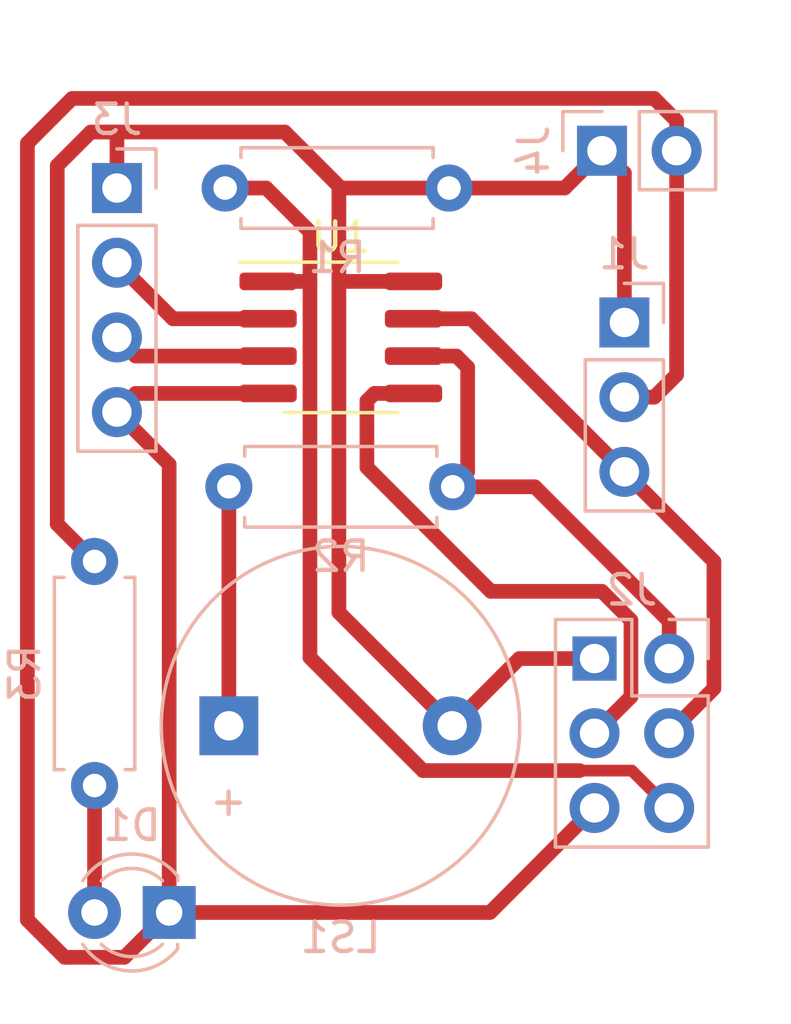
<source format=kicad_pcb>
(kicad_pcb (version 20171130) (host pcbnew "(5.1.9)-1")

  (general
    (thickness 1.6)
    (drawings 0)
    (tracks 76)
    (zones 0)
    (modules 10)
    (nets 11)
  )

  (page A4)
  (layers
    (0 F.Cu signal)
    (31 B.Cu signal)
    (32 B.Adhes user)
    (33 F.Adhes user)
    (34 B.Paste user)
    (35 F.Paste user)
    (36 B.SilkS user)
    (37 F.SilkS user)
    (38 B.Mask user)
    (39 F.Mask user)
    (40 Dwgs.User user)
    (41 Cmts.User user)
    (42 Eco1.User user)
    (43 Eco2.User user)
    (44 Edge.Cuts user)
    (45 Margin user)
    (46 B.CrtYd user)
    (47 F.CrtYd user)
    (48 B.Fab user)
    (49 F.Fab user)
  )

  (setup
    (last_trace_width 0.5)
    (user_trace_width 0.3)
    (user_trace_width 0.4)
    (user_trace_width 0.5)
    (trace_clearance 0.2)
    (zone_clearance 0.508)
    (zone_45_only no)
    (trace_min 0.2)
    (via_size 0.8)
    (via_drill 0.4)
    (via_min_size 0.4)
    (via_min_drill 0.3)
    (uvia_size 0.3)
    (uvia_drill 0.1)
    (uvias_allowed no)
    (uvia_min_size 0.2)
    (uvia_min_drill 0.1)
    (edge_width 0.05)
    (segment_width 0.2)
    (pcb_text_width 0.3)
    (pcb_text_size 1.5 1.5)
    (mod_edge_width 0.12)
    (mod_text_size 1 1)
    (mod_text_width 0.15)
    (pad_size 1.5 1.5)
    (pad_drill 1)
    (pad_to_mask_clearance 0)
    (aux_axis_origin 0 0)
    (visible_elements 7FFFFFFF)
    (pcbplotparams
      (layerselection 0x010fc_ffffffff)
      (usegerberextensions false)
      (usegerberattributes true)
      (usegerberadvancedattributes true)
      (creategerberjobfile true)
      (excludeedgelayer true)
      (linewidth 0.100000)
      (plotframeref false)
      (viasonmask false)
      (mode 1)
      (useauxorigin false)
      (hpglpennumber 1)
      (hpglpenspeed 20)
      (hpglpendiameter 15.000000)
      (psnegative false)
      (psa4output false)
      (plotreference true)
      (plotvalue true)
      (plotinvisibletext false)
      (padsonsilk false)
      (subtractmaskfromsilk false)
      (outputformat 1)
      (mirror false)
      (drillshape 1)
      (scaleselection 1)
      (outputdirectory ""))
  )

  (net 0 "")
  (net 1 "Net-(D1-Pad1)")
  (net 2 "Net-(D1-Pad2)")
  (net 3 "Net-(J1-Pad1)")
  (net 4 "Net-(J1-Pad3)")
  (net 5 "Net-(J2-Pad1)")
  (net 6 "Net-(J2-Pad4)")
  (net 7 "Net-(J2-Pad5)")
  (net 8 "Net-(J3-Pad2)")
  (net 9 "Net-(J3-Pad3)")
  (net 10 "Net-(LS1-Pad1)")

  (net_class Default "This is the default net class."
    (clearance 0.2)
    (trace_width 0.25)
    (via_dia 0.8)
    (via_drill 0.4)
    (uvia_dia 0.3)
    (uvia_drill 0.1)
    (add_net "Net-(D1-Pad1)")
    (add_net "Net-(D1-Pad2)")
    (add_net "Net-(J1-Pad1)")
    (add_net "Net-(J1-Pad3)")
    (add_net "Net-(J2-Pad1)")
    (add_net "Net-(J2-Pad4)")
    (add_net "Net-(J2-Pad5)")
    (add_net "Net-(J3-Pad2)")
    (add_net "Net-(J3-Pad3)")
    (add_net "Net-(LS1-Pad1)")
  )

  (module Resistor_THT:R_Axial_DIN0207_L6.3mm_D2.5mm_P7.62mm_Horizontal (layer B.Cu) (tedit 5AE5139B) (tstamp 60009188)
    (at 106.68 105.41)
    (descr "Resistor, Axial_DIN0207 series, Axial, Horizontal, pin pitch=7.62mm, 0.25W = 1/4W, length*diameter=6.3*2.5mm^2, http://cdn-reichelt.de/documents/datenblatt/B400/1_4W%23YAG.pdf")
    (tags "Resistor Axial_DIN0207 series Axial Horizontal pin pitch 7.62mm 0.25W = 1/4W length 6.3mm diameter 2.5mm")
    (path /600081E0)
    (fp_text reference R2 (at 3.81 2.37) (layer B.SilkS)
      (effects (font (size 1 1) (thickness 0.15)) (justify mirror))
    )
    (fp_text value "1 K" (at 3.81 -2.37) (layer B.Fab)
      (effects (font (size 1 1) (thickness 0.15)) (justify mirror))
    )
    (fp_line (start 0.66 1.25) (end 0.66 -1.25) (layer B.Fab) (width 0.1))
    (fp_line (start 0.66 -1.25) (end 6.96 -1.25) (layer B.Fab) (width 0.1))
    (fp_line (start 6.96 -1.25) (end 6.96 1.25) (layer B.Fab) (width 0.1))
    (fp_line (start 6.96 1.25) (end 0.66 1.25) (layer B.Fab) (width 0.1))
    (fp_line (start 0 0) (end 0.66 0) (layer B.Fab) (width 0.1))
    (fp_line (start 7.62 0) (end 6.96 0) (layer B.Fab) (width 0.1))
    (fp_line (start 0.54 1.04) (end 0.54 1.37) (layer B.SilkS) (width 0.12))
    (fp_line (start 0.54 1.37) (end 7.08 1.37) (layer B.SilkS) (width 0.12))
    (fp_line (start 7.08 1.37) (end 7.08 1.04) (layer B.SilkS) (width 0.12))
    (fp_line (start 0.54 -1.04) (end 0.54 -1.37) (layer B.SilkS) (width 0.12))
    (fp_line (start 0.54 -1.37) (end 7.08 -1.37) (layer B.SilkS) (width 0.12))
    (fp_line (start 7.08 -1.37) (end 7.08 -1.04) (layer B.SilkS) (width 0.12))
    (fp_line (start -1.05 1.5) (end -1.05 -1.5) (layer B.CrtYd) (width 0.05))
    (fp_line (start -1.05 -1.5) (end 8.67 -1.5) (layer B.CrtYd) (width 0.05))
    (fp_line (start 8.67 -1.5) (end 8.67 1.5) (layer B.CrtYd) (width 0.05))
    (fp_line (start 8.67 1.5) (end -1.05 1.5) (layer B.CrtYd) (width 0.05))
    (fp_text user %R (at 3.81 0) (layer B.Fab)
      (effects (font (size 1 1) (thickness 0.15)) (justify mirror))
    )
    (pad 2 thru_hole oval (at 7.62 0) (size 1.6 1.6) (drill 0.8) (layers *.Cu *.Mask)
      (net 5 "Net-(J2-Pad1)"))
    (pad 1 thru_hole circle (at 0 0) (size 1.6 1.6) (drill 0.8) (layers *.Cu *.Mask)
      (net 10 "Net-(LS1-Pad1)"))
    (model ${KISYS3DMOD}/Resistor_THT.3dshapes/R_Axial_DIN0207_L6.3mm_D2.5mm_P7.62mm_Horizontal.wrl
      (at (xyz 0 0 0))
      (scale (xyz 1 1 1))
      (rotate (xyz 0 0 0))
    )
  )

  (module Connector_PinHeader_2.54mm:PinHeader_1x02_P2.54mm_Vertical (layer B.Cu) (tedit 600036A9) (tstamp 6000914D)
    (at 119.38 93.98 270)
    (descr "Through hole straight pin header, 1x02, 2.54mm pitch, single row")
    (tags "Through hole pin header THT 1x02 2.54mm single row")
    (path /60009436)
    (fp_text reference J4 (at 0 2.33 270) (layer B.SilkS)
      (effects (font (size 1 1) (thickness 0.15)) (justify mirror))
    )
    (fp_text value "Power supply" (at 0 -4.87 270) (layer B.Fab)
      (effects (font (size 1 1) (thickness 0.15)) (justify mirror))
    )
    (fp_line (start -0.635 1.27) (end 1.27 1.27) (layer B.Fab) (width 0.1))
    (fp_line (start 1.27 1.27) (end 1.27 -3.81) (layer B.Fab) (width 0.1))
    (fp_line (start 1.27 -3.81) (end -1.27 -3.81) (layer B.Fab) (width 0.1))
    (fp_line (start -1.27 -3.81) (end -1.27 0.635) (layer B.Fab) (width 0.1))
    (fp_line (start -1.27 0.635) (end -0.635 1.27) (layer B.Fab) (width 0.1))
    (fp_line (start -1.33 -3.87) (end 1.33 -3.87) (layer B.SilkS) (width 0.12))
    (fp_line (start -1.33 -1.27) (end -1.33 -3.87) (layer B.SilkS) (width 0.12))
    (fp_line (start 1.33 -1.27) (end 1.33 -3.87) (layer B.SilkS) (width 0.12))
    (fp_line (start -1.33 -1.27) (end 1.33 -1.27) (layer B.SilkS) (width 0.12))
    (fp_line (start -1.33 0) (end -1.33 1.33) (layer B.SilkS) (width 0.12))
    (fp_line (start -1.33 1.33) (end 0 1.33) (layer B.SilkS) (width 0.12))
    (fp_line (start -1.8 1.8) (end -1.8 -4.35) (layer B.CrtYd) (width 0.05))
    (fp_line (start -1.8 -4.35) (end 1.8 -4.35) (layer B.CrtYd) (width 0.05))
    (fp_line (start 1.8 -4.35) (end 1.8 1.8) (layer B.CrtYd) (width 0.05))
    (fp_line (start 1.8 1.8) (end -1.8 1.8) (layer B.CrtYd) (width 0.05))
    (fp_text user %R (at 0 -1.27) (layer B.Fab)
      (effects (font (size 1 1) (thickness 0.15)) (justify mirror))
    )
    (pad 2 thru_hole oval (at 0 -2.54 270) (size 1.7 1.7) (drill 1) (layers *.Cu *.Mask)
      (net 1 "Net-(D1-Pad1)"))
    (pad 1 thru_hole rect (at 0 0 270) (size 1.7 1.7) (drill 1) (layers *.Cu *.Mask)
      (net 3 "Net-(J1-Pad1)"))
    (model ${KISYS3DMOD}/Connector_PinHeader_2.54mm.3dshapes/PinHeader_1x02_P2.54mm_Vertical.wrl
      (at (xyz 0 0 0))
      (scale (xyz 1 1 1))
      (rotate (xyz 0 0 0))
    )
  )

  (module Connector_PinHeader_2.54mm:PinHeader_2x03_P2.54mm_Vertical (layer B.Cu) (tedit 6000ABB5) (tstamp 6000A50C)
    (at 121.666 111.252 180)
    (descr "Through hole straight pin header, 2x03, 2.54mm pitch, double rows")
    (tags "Through hole pin header THT 2x03 2.54mm double row")
    (path /60028A69)
    (fp_text reference J2 (at 1.27 2.33) (layer B.SilkS)
      (effects (font (size 1 1) (thickness 0.15)) (justify mirror))
    )
    (fp_text value ICSP (at 1.27 -7.41) (layer B.Fab)
      (effects (font (size 1 1) (thickness 0.15)) (justify mirror))
    )
    (fp_line (start 4.35 1.8) (end -1.8 1.8) (layer B.CrtYd) (width 0.05))
    (fp_line (start 4.35 -6.85) (end 4.35 1.8) (layer B.CrtYd) (width 0.05))
    (fp_line (start -1.8 -6.85) (end 4.35 -6.85) (layer B.CrtYd) (width 0.05))
    (fp_line (start -1.8 1.8) (end -1.8 -6.85) (layer B.CrtYd) (width 0.05))
    (fp_line (start -1.33 1.33) (end 0 1.33) (layer B.SilkS) (width 0.12))
    (fp_line (start -1.33 0) (end -1.33 1.33) (layer B.SilkS) (width 0.12))
    (fp_line (start 1.27 1.33) (end 3.87 1.33) (layer B.SilkS) (width 0.12))
    (fp_line (start 1.27 -1.27) (end 1.27 1.33) (layer B.SilkS) (width 0.12))
    (fp_line (start -1.33 -1.27) (end 1.27 -1.27) (layer B.SilkS) (width 0.12))
    (fp_line (start 3.87 1.33) (end 3.87 -6.41) (layer B.SilkS) (width 0.12))
    (fp_line (start -1.33 -1.27) (end -1.33 -6.41) (layer B.SilkS) (width 0.12))
    (fp_line (start -1.33 -6.41) (end 3.87 -6.41) (layer B.SilkS) (width 0.12))
    (fp_line (start -1.27 0) (end 0 1.27) (layer B.Fab) (width 0.1))
    (fp_line (start -1.27 -6.35) (end -1.27 0) (layer B.Fab) (width 0.1))
    (fp_line (start 3.81 -6.35) (end -1.27 -6.35) (layer B.Fab) (width 0.1))
    (fp_line (start 3.81 1.27) (end 3.81 -6.35) (layer B.Fab) (width 0.1))
    (fp_line (start 0 1.27) (end 3.81 1.27) (layer B.Fab) (width 0.1))
    (fp_text user %R (at 1.27 -2.54 270) (layer B.Fab)
      (effects (font (size 1 1) (thickness 0.15)) (justify mirror))
    )
    (pad 1 thru_hole oval (at 0 0 180) (size 1.7 1.7) (drill 1) (layers *.Cu *.Mask)
      (net 5 "Net-(J2-Pad1)"))
    (pad 2 thru_hole rect (at 2.54 0 180) (size 1.5 1.5) (drill 1) (layers *.Cu *.Mask)
      (net 3 "Net-(J1-Pad1)"))
    (pad 3 thru_hole oval (at 0 -2.54 180) (size 1.7 1.7) (drill 1) (layers *.Cu *.Mask)
      (net 4 "Net-(J1-Pad3)"))
    (pad 4 thru_hole oval (at 2.54 -2.54 180) (size 1.7 1.7) (drill 1) (layers *.Cu *.Mask)
      (net 6 "Net-(J2-Pad4)"))
    (pad 5 thru_hole oval (at 0 -5.08 180) (size 1.7 1.7) (drill 1) (layers *.Cu *.Mask)
      (net 7 "Net-(J2-Pad5)"))
    (pad 6 thru_hole oval (at 2.54 -5.08 180) (size 1.7 1.7) (drill 1) (layers *.Cu *.Mask)
      (net 1 "Net-(D1-Pad1)"))
    (model ${KISYS3DMOD}/Connector_PinHeader_2.54mm.3dshapes/PinHeader_2x03_P2.54mm_Vertical.wrl
      (at (xyz 0 0 0))
      (scale (xyz 1 1 1))
      (rotate (xyz 0 0 0))
    )
  )

  (module LED_THT:LED_D3.0mm_Clear (layer B.Cu) (tedit 5A6C9BC0) (tstamp 600090EC)
    (at 104.648 119.888 180)
    (descr "IR-LED, diameter 3.0mm, 2 pins, color: clear")
    (tags "IR infrared LED diameter 3.0mm 2 pins clear")
    (path /60025FB9)
    (fp_text reference D1 (at 1.27 2.96) (layer B.SilkS)
      (effects (font (size 1 1) (thickness 0.15)) (justify mirror))
    )
    (fp_text value LED (at 1.27 -2.96) (layer B.Fab)
      (effects (font (size 1 1) (thickness 0.15)) (justify mirror))
    )
    (fp_circle (center 1.27 0) (end 2.77 0) (layer B.Fab) (width 0.1))
    (fp_line (start 3.7 2.25) (end -1.15 2.25) (layer B.CrtYd) (width 0.05))
    (fp_line (start 3.7 -2.25) (end 3.7 2.25) (layer B.CrtYd) (width 0.05))
    (fp_line (start -1.15 -2.25) (end 3.7 -2.25) (layer B.CrtYd) (width 0.05))
    (fp_line (start -1.15 2.25) (end -1.15 -2.25) (layer B.CrtYd) (width 0.05))
    (fp_line (start -0.29 -1.08) (end -0.29 -1.236) (layer B.SilkS) (width 0.12))
    (fp_line (start -0.29 1.236) (end -0.29 1.08) (layer B.SilkS) (width 0.12))
    (fp_line (start -0.23 1.16619) (end -0.23 -1.16619) (layer B.Fab) (width 0.1))
    (fp_text user %R (at 1.47 0) (layer B.Fab)
      (effects (font (size 0.8 0.8) (thickness 0.12)) (justify mirror))
    )
    (fp_arc (start 1.27 0) (end -0.23 1.16619) (angle -284.3) (layer B.Fab) (width 0.1))
    (fp_arc (start 1.27 0) (end -0.29 1.235516) (angle -108.8) (layer B.SilkS) (width 0.12))
    (fp_arc (start 1.27 0) (end -0.29 -1.235516) (angle 108.8) (layer B.SilkS) (width 0.12))
    (fp_arc (start 1.27 0) (end 0.229039 1.08) (angle -87.9) (layer B.SilkS) (width 0.12))
    (fp_arc (start 1.27 0) (end 0.229039 -1.08) (angle 87.9) (layer B.SilkS) (width 0.12))
    (pad 1 thru_hole rect (at 0 0 180) (size 1.8 1.8) (drill 0.9) (layers *.Cu *.Mask)
      (net 1 "Net-(D1-Pad1)"))
    (pad 2 thru_hole circle (at 2.54 0 180) (size 1.8 1.8) (drill 0.9) (layers *.Cu *.Mask)
      (net 2 "Net-(D1-Pad2)"))
    (model ${KISYS3DMOD}/LED_THT.3dshapes/LED_D3.0mm_Clear.wrl
      (at (xyz 0 0 0))
      (scale (xyz 1 1 1))
      (rotate (xyz 0 0 0))
    )
  )

  (module Connector_PinHeader_2.54mm:PinHeader_1x03_P2.54mm_Vertical (layer B.Cu) (tedit 6000372E) (tstamp 60009103)
    (at 120.142 99.822 180)
    (descr "Through hole straight pin header, 1x03, 2.54mm pitch, single row")
    (tags "Through hole pin header THT 1x03 2.54mm single row")
    (path /6000BAC1)
    (fp_text reference J1 (at 0 2.33) (layer B.SilkS)
      (effects (font (size 1 1) (thickness 0.15)) (justify mirror))
    )
    (fp_text value "Current sensor" (at 0 -7.41) (layer B.Fab)
      (effects (font (size 1 1) (thickness 0.15)) (justify mirror))
    )
    (fp_line (start 1.8 1.8) (end -1.8 1.8) (layer B.CrtYd) (width 0.05))
    (fp_line (start 1.8 -6.85) (end 1.8 1.8) (layer B.CrtYd) (width 0.05))
    (fp_line (start -1.8 -6.85) (end 1.8 -6.85) (layer B.CrtYd) (width 0.05))
    (fp_line (start -1.8 1.8) (end -1.8 -6.85) (layer B.CrtYd) (width 0.05))
    (fp_line (start -1.33 1.33) (end 0 1.33) (layer B.SilkS) (width 0.12))
    (fp_line (start -1.33 0) (end -1.33 1.33) (layer B.SilkS) (width 0.12))
    (fp_line (start -1.33 -1.27) (end 1.33 -1.27) (layer B.SilkS) (width 0.12))
    (fp_line (start 1.33 -1.27) (end 1.33 -6.41) (layer B.SilkS) (width 0.12))
    (fp_line (start -1.33 -1.27) (end -1.33 -6.41) (layer B.SilkS) (width 0.12))
    (fp_line (start -1.33 -6.41) (end 1.33 -6.41) (layer B.SilkS) (width 0.12))
    (fp_line (start -1.27 0.635) (end -0.635 1.27) (layer B.Fab) (width 0.1))
    (fp_line (start -1.27 -6.35) (end -1.27 0.635) (layer B.Fab) (width 0.1))
    (fp_line (start 1.27 -6.35) (end -1.27 -6.35) (layer B.Fab) (width 0.1))
    (fp_line (start 1.27 1.27) (end 1.27 -6.35) (layer B.Fab) (width 0.1))
    (fp_line (start -0.635 1.27) (end 1.27 1.27) (layer B.Fab) (width 0.1))
    (fp_text user %R (at 0 -2.54 270) (layer B.Fab)
      (effects (font (size 1 1) (thickness 0.15)) (justify mirror))
    )
    (pad 1 thru_hole rect (at 0 0 180) (size 1.7 1.7) (drill 1) (layers *.Cu *.Mask)
      (net 3 "Net-(J1-Pad1)"))
    (pad 2 thru_hole oval (at 0 -2.54 180) (size 1.7 1.7) (drill 1) (layers *.Cu *.Mask)
      (net 1 "Net-(D1-Pad1)"))
    (pad 3 thru_hole oval (at 0 -5.08 180) (size 1.7 1.7) (drill 1) (layers *.Cu *.Mask)
      (net 4 "Net-(J1-Pad3)"))
    (model ${KISYS3DMOD}/Connector_PinHeader_2.54mm.3dshapes/PinHeader_1x03_P2.54mm_Vertical.wrl
      (at (xyz 0 0 0))
      (scale (xyz 1 1 1))
      (rotate (xyz 0 0 0))
    )
  )

  (module Connector_PinHeader_2.54mm:PinHeader_1x04_P2.54mm_Vertical (layer B.Cu) (tedit 600036BB) (tstamp 60009137)
    (at 102.87 95.25 180)
    (descr "Through hole straight pin header, 1x04, 2.54mm pitch, single row")
    (tags "Through hole pin header THT 1x04 2.54mm single row")
    (path /6000B24E)
    (fp_text reference J3 (at 0 2.33) (layer B.SilkS)
      (effects (font (size 1 1) (thickness 0.15)) (justify mirror))
    )
    (fp_text value "Relay box" (at 0 -9.95) (layer B.Fab)
      (effects (font (size 1 1) (thickness 0.15)) (justify mirror))
    )
    (fp_line (start 1.8 1.8) (end -1.8 1.8) (layer B.CrtYd) (width 0.05))
    (fp_line (start 1.8 -9.4) (end 1.8 1.8) (layer B.CrtYd) (width 0.05))
    (fp_line (start -1.8 -9.4) (end 1.8 -9.4) (layer B.CrtYd) (width 0.05))
    (fp_line (start -1.8 1.8) (end -1.8 -9.4) (layer B.CrtYd) (width 0.05))
    (fp_line (start -1.33 1.33) (end 0 1.33) (layer B.SilkS) (width 0.12))
    (fp_line (start -1.33 0) (end -1.33 1.33) (layer B.SilkS) (width 0.12))
    (fp_line (start -1.33 -1.27) (end 1.33 -1.27) (layer B.SilkS) (width 0.12))
    (fp_line (start 1.33 -1.27) (end 1.33 -8.95) (layer B.SilkS) (width 0.12))
    (fp_line (start -1.33 -1.27) (end -1.33 -8.95) (layer B.SilkS) (width 0.12))
    (fp_line (start -1.33 -8.95) (end 1.33 -8.95) (layer B.SilkS) (width 0.12))
    (fp_line (start -1.27 0.635) (end -0.635 1.27) (layer B.Fab) (width 0.1))
    (fp_line (start -1.27 -8.89) (end -1.27 0.635) (layer B.Fab) (width 0.1))
    (fp_line (start 1.27 -8.89) (end -1.27 -8.89) (layer B.Fab) (width 0.1))
    (fp_line (start 1.27 1.27) (end 1.27 -8.89) (layer B.Fab) (width 0.1))
    (fp_line (start -0.635 1.27) (end 1.27 1.27) (layer B.Fab) (width 0.1))
    (fp_text user %R (at 0 -3.81 270) (layer B.Fab)
      (effects (font (size 1 1) (thickness 0.15)) (justify mirror))
    )
    (pad 1 thru_hole rect (at 0 0 180) (size 1.7 1.7) (drill 1) (layers *.Cu *.Mask)
      (net 3 "Net-(J1-Pad1)"))
    (pad 2 thru_hole oval (at 0 -2.54 180) (size 1.7 1.7) (drill 1) (layers *.Cu *.Mask)
      (net 8 "Net-(J3-Pad2)"))
    (pad 3 thru_hole oval (at 0 -5.08 180) (size 1.7 1.7) (drill 1) (layers *.Cu *.Mask)
      (net 9 "Net-(J3-Pad3)"))
    (pad 4 thru_hole oval (at 0 -7.62 180) (size 1.7 1.7) (drill 1) (layers *.Cu *.Mask)
      (net 1 "Net-(D1-Pad1)"))
    (model ${KISYS3DMOD}/Connector_PinHeader_2.54mm.3dshapes/PinHeader_1x04_P2.54mm_Vertical.wrl
      (at (xyz 0 0 0))
      (scale (xyz 1 1 1))
      (rotate (xyz 0 0 0))
    )
  )

  (module Buzzer_Beeper:Buzzer_12x9.5RM7.6 (layer B.Cu) (tedit 5A030281) (tstamp 6000A50D)
    (at 106.68 113.538)
    (descr "Generic Buzzer, D12mm height 9.5mm with RM7.6mm")
    (tags buzzer)
    (path /6000D536)
    (fp_text reference LS1 (at 3.8 7.2) (layer B.SilkS)
      (effects (font (size 1 1) (thickness 0.15)) (justify mirror))
    )
    (fp_text value Speaker_Crystal (at 3.8 -7.4) (layer B.Fab)
      (effects (font (size 1 1) (thickness 0.15)) (justify mirror))
    )
    (fp_circle (center 3.8 0) (end 9.9 0) (layer B.SilkS) (width 0.12))
    (fp_circle (center 3.8 0) (end 4.8 0) (layer B.Fab) (width 0.1))
    (fp_circle (center 3.8 0) (end 9.8 0) (layer B.Fab) (width 0.1))
    (fp_circle (center 3.8 0) (end 10.05 0) (layer B.CrtYd) (width 0.05))
    (fp_text user + (at -0.01 2.54) (layer B.Fab)
      (effects (font (size 1 1) (thickness 0.15)) (justify mirror))
    )
    (fp_text user + (at -0.01 2.54) (layer B.SilkS)
      (effects (font (size 1 1) (thickness 0.15)) (justify mirror))
    )
    (fp_text user %R (at 3.8 4) (layer B.Fab)
      (effects (font (size 1 1) (thickness 0.15)) (justify mirror))
    )
    (pad 1 thru_hole rect (at 0 0) (size 2 2) (drill 1) (layers *.Cu *.Mask)
      (net 10 "Net-(LS1-Pad1)"))
    (pad 2 thru_hole circle (at 7.6 0) (size 2 2) (drill 1) (layers *.Cu *.Mask)
      (net 3 "Net-(J1-Pad1)"))
    (model ${KISYS3DMOD}/Buzzer_Beeper.3dshapes/Buzzer_12x9.5RM7.6.wrl
      (at (xyz 0 0 0))
      (scale (xyz 1 1 1))
      (rotate (xyz 0 0 0))
    )
  )

  (module Resistor_THT:R_Axial_DIN0207_L6.3mm_D2.5mm_P7.62mm_Horizontal (layer B.Cu) (tedit 5AE5139B) (tstamp 6000B38A)
    (at 106.553 95.25)
    (descr "Resistor, Axial_DIN0207 series, Axial, Horizontal, pin pitch=7.62mm, 0.25W = 1/4W, length*diameter=6.3*2.5mm^2, http://cdn-reichelt.de/documents/datenblatt/B400/1_4W%23YAG.pdf")
    (tags "Resistor Axial_DIN0207 series Axial Horizontal pin pitch 7.62mm 0.25W = 1/4W length 6.3mm diameter 2.5mm")
    (path /6000469C)
    (fp_text reference R1 (at 3.81 2.37) (layer B.SilkS)
      (effects (font (size 1 1) (thickness 0.15)) (justify mirror))
    )
    (fp_text value "10 K" (at 3.81 -2.37) (layer B.Fab)
      (effects (font (size 1 1) (thickness 0.15)) (justify mirror))
    )
    (fp_line (start 8.67 1.5) (end -1.05 1.5) (layer B.CrtYd) (width 0.05))
    (fp_line (start 8.67 -1.5) (end 8.67 1.5) (layer B.CrtYd) (width 0.05))
    (fp_line (start -1.05 -1.5) (end 8.67 -1.5) (layer B.CrtYd) (width 0.05))
    (fp_line (start -1.05 1.5) (end -1.05 -1.5) (layer B.CrtYd) (width 0.05))
    (fp_line (start 7.08 -1.37) (end 7.08 -1.04) (layer B.SilkS) (width 0.12))
    (fp_line (start 0.54 -1.37) (end 7.08 -1.37) (layer B.SilkS) (width 0.12))
    (fp_line (start 0.54 -1.04) (end 0.54 -1.37) (layer B.SilkS) (width 0.12))
    (fp_line (start 7.08 1.37) (end 7.08 1.04) (layer B.SilkS) (width 0.12))
    (fp_line (start 0.54 1.37) (end 7.08 1.37) (layer B.SilkS) (width 0.12))
    (fp_line (start 0.54 1.04) (end 0.54 1.37) (layer B.SilkS) (width 0.12))
    (fp_line (start 7.62 0) (end 6.96 0) (layer B.Fab) (width 0.1))
    (fp_line (start 0 0) (end 0.66 0) (layer B.Fab) (width 0.1))
    (fp_line (start 6.96 1.25) (end 0.66 1.25) (layer B.Fab) (width 0.1))
    (fp_line (start 6.96 -1.25) (end 6.96 1.25) (layer B.Fab) (width 0.1))
    (fp_line (start 0.66 -1.25) (end 6.96 -1.25) (layer B.Fab) (width 0.1))
    (fp_line (start 0.66 1.25) (end 0.66 -1.25) (layer B.Fab) (width 0.1))
    (fp_text user %R (at 3.81 0) (layer B.Fab)
      (effects (font (size 1 1) (thickness 0.15)) (justify mirror))
    )
    (pad 1 thru_hole circle (at 0 0) (size 1.6 1.6) (drill 0.8) (layers *.Cu *.Mask)
      (net 7 "Net-(J2-Pad5)"))
    (pad 2 thru_hole oval (at 7.62 0) (size 1.6 1.6) (drill 0.8) (layers *.Cu *.Mask)
      (net 3 "Net-(J1-Pad1)"))
    (model ${KISYS3DMOD}/Resistor_THT.3dshapes/R_Axial_DIN0207_L6.3mm_D2.5mm_P7.62mm_Horizontal.wrl
      (at (xyz 0 0 0))
      (scale (xyz 1 1 1))
      (rotate (xyz 0 0 0))
    )
  )

  (module Resistor_THT:R_Axial_DIN0207_L6.3mm_D2.5mm_P7.62mm_Horizontal (layer B.Cu) (tedit 5AE5139B) (tstamp 6000919F)
    (at 102.108 107.95 270)
    (descr "Resistor, Axial_DIN0207 series, Axial, Horizontal, pin pitch=7.62mm, 0.25W = 1/4W, length*diameter=6.3*2.5mm^2, http://cdn-reichelt.de/documents/datenblatt/B400/1_4W%23YAG.pdf")
    (tags "Resistor Axial_DIN0207 series Axial Horizontal pin pitch 7.62mm 0.25W = 1/4W length 6.3mm diameter 2.5mm")
    (path /6001FE02)
    (fp_text reference R3 (at 3.81 2.37 270) (layer B.SilkS)
      (effects (font (size 1 1) (thickness 0.15)) (justify mirror))
    )
    (fp_text value 470 (at 3.81 -2.37 270) (layer B.Fab)
      (effects (font (size 1 1) (thickness 0.15)) (justify mirror))
    )
    (fp_line (start 8.67 1.5) (end -1.05 1.5) (layer B.CrtYd) (width 0.05))
    (fp_line (start 8.67 -1.5) (end 8.67 1.5) (layer B.CrtYd) (width 0.05))
    (fp_line (start -1.05 -1.5) (end 8.67 -1.5) (layer B.CrtYd) (width 0.05))
    (fp_line (start -1.05 1.5) (end -1.05 -1.5) (layer B.CrtYd) (width 0.05))
    (fp_line (start 7.08 -1.37) (end 7.08 -1.04) (layer B.SilkS) (width 0.12))
    (fp_line (start 0.54 -1.37) (end 7.08 -1.37) (layer B.SilkS) (width 0.12))
    (fp_line (start 0.54 -1.04) (end 0.54 -1.37) (layer B.SilkS) (width 0.12))
    (fp_line (start 7.08 1.37) (end 7.08 1.04) (layer B.SilkS) (width 0.12))
    (fp_line (start 0.54 1.37) (end 7.08 1.37) (layer B.SilkS) (width 0.12))
    (fp_line (start 0.54 1.04) (end 0.54 1.37) (layer B.SilkS) (width 0.12))
    (fp_line (start 7.62 0) (end 6.96 0) (layer B.Fab) (width 0.1))
    (fp_line (start 0 0) (end 0.66 0) (layer B.Fab) (width 0.1))
    (fp_line (start 6.96 1.25) (end 0.66 1.25) (layer B.Fab) (width 0.1))
    (fp_line (start 6.96 -1.25) (end 6.96 1.25) (layer B.Fab) (width 0.1))
    (fp_line (start 0.66 -1.25) (end 6.96 -1.25) (layer B.Fab) (width 0.1))
    (fp_line (start 0.66 1.25) (end 0.66 -1.25) (layer B.Fab) (width 0.1))
    (fp_text user %R (at 3.81 0 270) (layer B.Fab)
      (effects (font (size 1 1) (thickness 0.15)) (justify mirror))
    )
    (pad 1 thru_hole circle (at 0 0 270) (size 1.6 1.6) (drill 0.8) (layers *.Cu *.Mask)
      (net 3 "Net-(J1-Pad1)"))
    (pad 2 thru_hole oval (at 7.62 0 270) (size 1.6 1.6) (drill 0.8) (layers *.Cu *.Mask)
      (net 2 "Net-(D1-Pad2)"))
    (model ${KISYS3DMOD}/Resistor_THT.3dshapes/R_Axial_DIN0207_L6.3mm_D2.5mm_P7.62mm_Horizontal.wrl
      (at (xyz 0 0 0))
      (scale (xyz 1 1 1))
      (rotate (xyz 0 0 0))
    )
  )

  (module Package_SO:SOIC-8_3.9x4.9mm_P1.27mm (layer F.Cu) (tedit 5D9F72B1) (tstamp 600091B9)
    (at 110.49 100.33)
    (descr "SOIC, 8 Pin (JEDEC MS-012AA, https://www.analog.com/media/en/package-pcb-resources/package/pkg_pdf/soic_narrow-r/r_8.pdf), generated with kicad-footprint-generator ipc_gullwing_generator.py")
    (tags "SOIC SO")
    (path /60003B81)
    (attr smd)
    (fp_text reference U1 (at 0 -3.4) (layer F.SilkS)
      (effects (font (size 1 1) (thickness 0.15)))
    )
    (fp_text value ATtiny13A-SSU (at 0 3.4) (layer F.Fab)
      (effects (font (size 1 1) (thickness 0.15)))
    )
    (fp_line (start 3.7 -2.7) (end -3.7 -2.7) (layer F.CrtYd) (width 0.05))
    (fp_line (start 3.7 2.7) (end 3.7 -2.7) (layer F.CrtYd) (width 0.05))
    (fp_line (start -3.7 2.7) (end 3.7 2.7) (layer F.CrtYd) (width 0.05))
    (fp_line (start -3.7 -2.7) (end -3.7 2.7) (layer F.CrtYd) (width 0.05))
    (fp_line (start -1.95 -1.475) (end -0.975 -2.45) (layer F.Fab) (width 0.1))
    (fp_line (start -1.95 2.45) (end -1.95 -1.475) (layer F.Fab) (width 0.1))
    (fp_line (start 1.95 2.45) (end -1.95 2.45) (layer F.Fab) (width 0.1))
    (fp_line (start 1.95 -2.45) (end 1.95 2.45) (layer F.Fab) (width 0.1))
    (fp_line (start -0.975 -2.45) (end 1.95 -2.45) (layer F.Fab) (width 0.1))
    (fp_line (start 0 -2.56) (end -3.45 -2.56) (layer F.SilkS) (width 0.12))
    (fp_line (start 0 -2.56) (end 1.95 -2.56) (layer F.SilkS) (width 0.12))
    (fp_line (start 0 2.56) (end -1.95 2.56) (layer F.SilkS) (width 0.12))
    (fp_line (start 0 2.56) (end 1.95 2.56) (layer F.SilkS) (width 0.12))
    (fp_text user %R (at 0 0) (layer F.Fab)
      (effects (font (size 0.98 0.98) (thickness 0.15)))
    )
    (pad 1 smd roundrect (at -2.475 -1.905) (size 1.95 0.6) (layers F.Cu F.Paste F.Mask) (roundrect_rratio 0.25)
      (net 7 "Net-(J2-Pad5)"))
    (pad 2 smd roundrect (at -2.475 -0.635) (size 1.95 0.6) (layers F.Cu F.Paste F.Mask) (roundrect_rratio 0.25)
      (net 8 "Net-(J3-Pad2)"))
    (pad 3 smd roundrect (at -2.475 0.635) (size 1.95 0.6) (layers F.Cu F.Paste F.Mask) (roundrect_rratio 0.25)
      (net 9 "Net-(J3-Pad3)"))
    (pad 4 smd roundrect (at -2.475 1.905) (size 1.95 0.6) (layers F.Cu F.Paste F.Mask) (roundrect_rratio 0.25)
      (net 1 "Net-(D1-Pad1)"))
    (pad 5 smd roundrect (at 2.475 1.905) (size 1.95 0.6) (layers F.Cu F.Paste F.Mask) (roundrect_rratio 0.25)
      (net 6 "Net-(J2-Pad4)"))
    (pad 6 smd roundrect (at 2.475 0.635) (size 1.95 0.6) (layers F.Cu F.Paste F.Mask) (roundrect_rratio 0.25)
      (net 5 "Net-(J2-Pad1)"))
    (pad 7 smd roundrect (at 2.475 -0.635) (size 1.95 0.6) (layers F.Cu F.Paste F.Mask) (roundrect_rratio 0.25)
      (net 4 "Net-(J1-Pad3)"))
    (pad 8 smd roundrect (at 2.475 -1.905) (size 1.95 0.6) (layers F.Cu F.Paste F.Mask) (roundrect_rratio 0.25)
      (net 3 "Net-(J1-Pad1)"))
    (model ${KISYS3DMOD}/Package_SO.3dshapes/SOIC-8_3.9x4.9mm_P1.27mm.wrl
      (at (xyz 0 0 0))
      (scale (xyz 1 1 1))
      (rotate (xyz 0 0 0))
    )
  )

  (segment (start 103.505 102.235) (end 102.87 102.87) (width 0.5) (layer F.Cu) (net 1))
  (segment (start 108.015 102.235) (end 103.505 102.235) (width 0.5) (layer F.Cu) (net 1))
  (segment (start 104.648 104.648) (end 102.87 102.87) (width 0.5) (layer F.Cu) (net 1))
  (segment (start 104.648 119.634) (end 104.648 104.648) (width 0.5) (layer F.Cu) (net 1))
  (segment (start 115.57 119.888) (end 119.126 116.332) (width 0.5) (layer F.Cu) (net 1))
  (segment (start 104.648 119.888) (end 115.57 119.888) (width 0.5) (layer F.Cu) (net 1))
  (segment (start 121.92 92.964) (end 121.92 93.98) (width 0.5) (layer F.Cu) (net 1))
  (segment (start 121.158 92.202) (end 121.92 92.964) (width 0.5) (layer F.Cu) (net 1))
  (segment (start 101.346 92.202) (end 121.158 92.202) (width 0.5) (layer F.Cu) (net 1))
  (segment (start 99.822 93.726) (end 101.346 92.202) (width 0.5) (layer F.Cu) (net 1))
  (segment (start 99.822 120.142) (end 99.822 93.726) (width 0.5) (layer F.Cu) (net 1))
  (segment (start 101.092 121.412) (end 99.822 120.142) (width 0.5) (layer F.Cu) (net 1))
  (segment (start 103.124 121.412) (end 101.092 121.412) (width 0.5) (layer F.Cu) (net 1))
  (segment (start 104.648 119.888) (end 103.124 121.412) (width 0.5) (layer F.Cu) (net 1))
  (segment (start 121.92 93.98) (end 121.92 101.6) (width 0.5) (layer F.Cu) (net 1))
  (segment (start 121.158 102.362) (end 120.142 102.362) (width 0.5) (layer F.Cu) (net 1))
  (segment (start 121.92 101.6) (end 121.158 102.362) (width 0.5) (layer F.Cu) (net 1))
  (segment (start 102.108 115.57) (end 102.108 119.888) (width 0.5) (layer F.Cu) (net 2))
  (segment (start 111.76 98.425) (end 112.965 98.425) (width 0.5) (layer F.Cu) (net 3))
  (segment (start 111.76 98.425) (end 111.125 98.425) (width 0.5) (layer F.Cu) (net 3))
  (segment (start 111.125 98.425) (end 110.49 98.425) (width 0.5) (layer F.Cu) (net 3))
  (segment (start 114.173 95.25) (end 110.49 95.25) (width 0.5) (layer F.Cu) (net 3))
  (segment (start 110.49 95.25) (end 108.585 93.345) (width 0.5) (layer F.Cu) (net 3))
  (segment (start 102.87 93.345) (end 102.235 93.345) (width 0.5) (layer F.Cu) (net 3))
  (segment (start 110.42499 109.68299) (end 110.42499 95.31501) (width 0.5) (layer F.Cu) (net 3))
  (segment (start 110.42499 95.31501) (end 110.49 95.25) (width 0.5) (layer F.Cu) (net 3))
  (segment (start 100.838 106.68) (end 102.108 107.95) (width 0.5) (layer F.Cu) (net 3))
  (segment (start 100.838 94.488) (end 100.838 106.68) (width 0.5) (layer F.Cu) (net 3))
  (segment (start 101.981 93.345) (end 100.838 94.488) (width 0.5) (layer F.Cu) (net 3))
  (segment (start 102.235 93.345) (end 101.981 93.345) (width 0.5) (layer F.Cu) (net 3))
  (segment (start 110.42499 109.68299) (end 114.28 113.538) (width 0.5) (layer F.Cu) (net 3))
  (segment (start 114.28 113.538) (end 116.566 111.252) (width 0.5) (layer F.Cu) (net 3))
  (segment (start 116.566 111.252) (end 119.126 111.252) (width 0.5) (layer F.Cu) (net 3))
  (segment (start 102.87 93.472) (end 102.997 93.345) (width 0.5) (layer F.Cu) (net 3))
  (segment (start 102.87 95.25) (end 102.87 93.472) (width 0.5) (layer F.Cu) (net 3))
  (segment (start 102.997 93.345) (end 102.235 93.345) (width 0.5) (layer F.Cu) (net 3))
  (segment (start 108.585 93.345) (end 102.997 93.345) (width 0.5) (layer F.Cu) (net 3))
  (segment (start 118.11 95.25) (end 119.38 93.98) (width 0.5) (layer F.Cu) (net 3))
  (segment (start 114.173 95.25) (end 118.11 95.25) (width 0.5) (layer F.Cu) (net 3))
  (segment (start 120.142 94.742) (end 119.38 93.98) (width 0.5) (layer F.Cu) (net 3))
  (segment (start 120.142 99.822) (end 120.142 94.742) (width 0.5) (layer F.Cu) (net 3))
  (segment (start 114.935 99.695) (end 119.38 104.14) (width 0.5) (layer F.Cu) (net 4))
  (segment (start 112.965 99.695) (end 114.935 99.695) (width 0.5) (layer F.Cu) (net 4))
  (segment (start 119.38 104.14) (end 123.19 107.95) (width 0.5) (layer F.Cu) (net 4))
  (segment (start 123.19 112.268) (end 121.666 113.792) (width 0.5) (layer F.Cu) (net 4))
  (segment (start 123.19 107.95) (end 123.19 112.268) (width 0.5) (layer F.Cu) (net 4))
  (segment (start 112.965 100.965) (end 114.427 100.965) (width 0.5) (layer F.Cu) (net 5))
  (segment (start 114.427 100.965) (end 114.808 101.346) (width 0.5) (layer F.Cu) (net 5))
  (segment (start 114.808 104.902) (end 114.3 105.41) (width 0.5) (layer F.Cu) (net 5))
  (segment (start 114.808 101.346) (end 114.808 104.902) (width 0.5) (layer F.Cu) (net 5))
  (segment (start 114.3 105.41) (end 117.094 105.41) (width 0.5) (layer F.Cu) (net 5))
  (segment (start 121.666 109.982) (end 121.666 111.252) (width 0.5) (layer F.Cu) (net 5))
  (segment (start 117.094 105.41) (end 121.666 109.982) (width 0.5) (layer F.Cu) (net 5))
  (segment (start 111.379 102.489) (end 111.379 104.748962) (width 0.5) (layer F.Cu) (net 6))
  (segment (start 111.633 102.235) (end 111.379 102.489) (width 0.5) (layer F.Cu) (net 6))
  (segment (start 112.965 102.235) (end 111.633 102.235) (width 0.5) (layer F.Cu) (net 6))
  (segment (start 111.379 104.748962) (end 115.596038 108.966) (width 0.5) (layer F.Cu) (net 6))
  (segment (start 115.596038 108.966) (end 119.38 108.966) (width 0.5) (layer F.Cu) (net 6))
  (segment (start 120.365999 112.552001) (end 119.126 113.792) (width 0.5) (layer F.Cu) (net 6))
  (segment (start 120.365999 109.951999) (end 120.365999 112.552001) (width 0.5) (layer F.Cu) (net 6))
  (segment (start 119.38 108.966) (end 120.365999 109.951999) (width 0.5) (layer F.Cu) (net 6))
  (segment (start 120.396 115.062) (end 121.666 116.332) (width 0.4) (layer F.Cu) (net 7))
  (segment (start 118.618 115.062) (end 120.396 115.062) (width 0.4) (layer F.Cu) (net 7))
  (segment (start 107.95 95.25) (end 106.553 95.25) (width 0.5) (layer F.Cu) (net 7))
  (segment (start 113.284 115.062) (end 109.44001 111.21801) (width 0.5) (layer F.Cu) (net 7))
  (segment (start 109.44001 96.74001) (end 107.95 95.25) (width 0.5) (layer F.Cu) (net 7))
  (segment (start 118.618 115.062) (end 113.284 115.062) (width 0.5) (layer F.Cu) (net 7))
  (segment (start 109.347 98.425) (end 109.44001 98.51801) (width 0.5) (layer F.Cu) (net 7))
  (segment (start 109.44001 98.51801) (end 109.44001 96.74001) (width 0.5) (layer F.Cu) (net 7))
  (segment (start 108.015 98.425) (end 109.347 98.425) (width 0.5) (layer F.Cu) (net 7))
  (segment (start 109.44001 111.21801) (end 109.44001 98.51801) (width 0.5) (layer F.Cu) (net 7))
  (segment (start 104.775 99.695) (end 108.015 99.695) (width 0.5) (layer F.Cu) (net 8))
  (segment (start 104.775 99.695) (end 102.87 97.79) (width 0.5) (layer F.Cu) (net 8))
  (segment (start 103.505 100.965) (end 108.015 100.965) (width 0.5) (layer F.Cu) (net 9))
  (segment (start 103.505 100.965) (end 102.87 100.33) (width 0.5) (layer F.Cu) (net 9))
  (segment (start 106.68 105.41) (end 106.68 113.538) (width 0.5) (layer F.Cu) (net 10))

)

</source>
